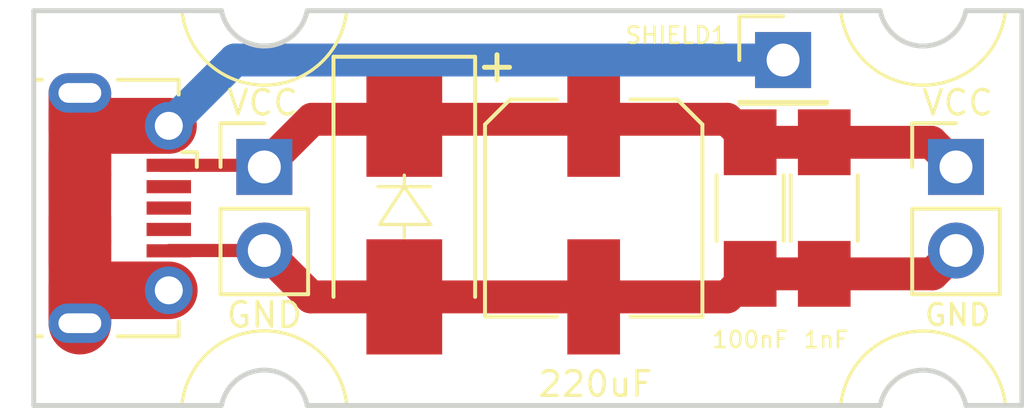
<source format=kicad_pcb>
(kicad_pcb (version 20171130) (host pcbnew "(5.0.0-3-g5ebb6b6)")

  (general
    (thickness 1.6)
    (drawings 26)
    (tracks 29)
    (zones 0)
    (modules 8)
    (nets 7)
  )

  (page A4)
  (layers
    (0 F.Cu signal)
    (31 B.Cu signal)
    (32 B.Adhes user)
    (33 F.Adhes user)
    (34 B.Paste user)
    (35 F.Paste user)
    (36 B.SilkS user)
    (37 F.SilkS user)
    (38 B.Mask user)
    (39 F.Mask user)
    (40 Dwgs.User user)
    (41 Cmts.User user)
    (42 Eco1.User user)
    (43 Eco2.User user)
    (44 Edge.Cuts user)
    (45 Margin user)
    (46 B.CrtYd user)
    (47 F.CrtYd user)
    (48 B.Fab user)
    (49 F.Fab user)
  )

  (setup
    (last_trace_width 0.25)
    (trace_clearance 0.2)
    (zone_clearance 0.508)
    (zone_45_only no)
    (trace_min 0.2)
    (segment_width 0.1)
    (edge_width 0.15)
    (via_size 0.8)
    (via_drill 0.4)
    (via_min_size 0.4)
    (via_min_drill 0.3)
    (uvia_size 0.3)
    (uvia_drill 0.1)
    (uvias_allowed no)
    (uvia_min_size 0.2)
    (uvia_min_drill 0.1)
    (pcb_text_width 0.3)
    (pcb_text_size 1.5 1.5)
    (mod_edge_width 0.15)
    (mod_text_size 1 1)
    (mod_text_width 0.15)
    (pad_size 1.524 1.524)
    (pad_drill 0.762)
    (pad_to_mask_clearance 0.2)
    (aux_axis_origin 0 0)
    (visible_elements FFFFFF7F)
    (pcbplotparams
      (layerselection 0x010fc_ffffffff)
      (usegerberextensions false)
      (usegerberattributes false)
      (usegerberadvancedattributes false)
      (creategerberjobfile false)
      (excludeedgelayer true)
      (linewidth 0.100000)
      (plotframeref false)
      (viasonmask false)
      (mode 1)
      (useauxorigin false)
      (hpglpennumber 1)
      (hpglpenspeed 20)
      (hpglpendiameter 15.000000)
      (psnegative false)
      (psa4output false)
      (plotreference true)
      (plotvalue true)
      (plotinvisibletext false)
      (padsonsilk false)
      (subtractmaskfromsilk false)
      (outputformat 1)
      (mirror false)
      (drillshape 1)
      (scaleselection 1)
      (outputdirectory ""))
  )

  (net 0 "")
  (net 1 "Net-(C1-Pad1)")
  (net 2 GND)
  (net 3 "Net-(SHIELD1-Pad1)")
  (net 4 "Net-(USB1-Pad3)")
  (net 5 "Net-(USB1-Pad4)")
  (net 6 "Net-(USB1-Pad2)")

  (net_class Default "This is the default net class."
    (clearance 0.2)
    (trace_width 0.25)
    (via_dia 0.8)
    (via_drill 0.4)
    (uvia_dia 0.3)
    (uvia_drill 0.1)
    (add_net GND)
    (add_net "Net-(C1-Pad1)")
    (add_net "Net-(SHIELD1-Pad1)")
    (add_net "Net-(USB1-Pad2)")
    (add_net "Net-(USB1-Pad3)")
    (add_net "Net-(USB1-Pad4)")
  )

  (module Capacitors_SMD:CP_Elec_6.3x5.8 (layer F.Cu) (tedit 5B5F113B) (tstamp 5B5E8B51)
    (at 140 120 270)
    (descr "SMT capacitor, aluminium electrolytic, 6.3x5.8")
    (path /5B5E11CC)
    (attr smd)
    (fp_text reference C1 (at 0 4.56 270) (layer F.SilkS) hide
      (effects (font (size 1 1) (thickness 0.15)))
    )
    (fp_text value 220uF (at 5.35 -0.05) (layer F.SilkS)
      (effects (font (size 0.75 0.75) (thickness 0.1)))
    )
    (fp_line (start 4.7 3.4) (end -4.7 3.4) (layer F.CrtYd) (width 0.05))
    (fp_line (start 4.7 3.4) (end 4.7 -3.4) (layer F.CrtYd) (width 0.05))
    (fp_line (start -4.7 -3.4) (end -4.7 3.4) (layer F.CrtYd) (width 0.05))
    (fp_line (start -4.7 -3.4) (end 4.7 -3.4) (layer F.CrtYd) (width 0.05))
    (fp_line (start -2.54 -3.3) (end 3.3 -3.3) (layer F.SilkS) (width 0.12))
    (fp_line (start -3.3 -2.54) (end -2.54 -3.3) (layer F.SilkS) (width 0.12))
    (fp_line (start -2.54 3.3) (end -3.3 2.54) (layer F.SilkS) (width 0.12))
    (fp_line (start 3.3 3.3) (end -2.54 3.3) (layer F.SilkS) (width 0.12))
    (fp_line (start -3.3 -2.54) (end -3.3 -1.12) (layer F.SilkS) (width 0.12))
    (fp_line (start -3.3 2.54) (end -3.3 1.12) (layer F.SilkS) (width 0.12))
    (fp_line (start 3.3 -3.3) (end 3.3 -1.12) (layer F.SilkS) (width 0.12))
    (fp_line (start 3.3 3.3) (end 3.3 1.12) (layer F.SilkS) (width 0.12))
    (fp_line (start 3.15 -3.15) (end -2.48 -3.15) (layer F.Fab) (width 0.1))
    (fp_line (start -2.48 -3.15) (end -3.15 -2.48) (layer F.Fab) (width 0.1))
    (fp_line (start -3.15 -2.48) (end -3.15 2.48) (layer F.Fab) (width 0.1))
    (fp_line (start -3.15 2.48) (end -2.48 3.15) (layer F.Fab) (width 0.1))
    (fp_line (start -2.48 3.15) (end 3.15 3.15) (layer F.Fab) (width 0.1))
    (fp_line (start 3.15 3.15) (end 3.15 -3.15) (layer F.Fab) (width 0.1))
    (fp_text user %R (at 0 4.56 270) (layer F.Fab) hide
      (effects (font (size 1 1) (thickness 0.15)))
    )
    (fp_text user + (at -4.28 3.01 270) (layer F.SilkS)
      (effects (font (size 1 1) (thickness 0.15)))
    )
    (fp_text user + (at -1.75 -0.08 270) (layer F.Fab)
      (effects (font (size 1 1) (thickness 0.15)))
    )
    (fp_circle (center 0 0) (end 0.5 3) (layer F.Fab) (width 0.1))
    (pad 2 smd rect (at 2.7 0 90) (size 3.5 1.6) (layers F.Cu F.Paste F.Mask)
      (net 2 GND))
    (pad 1 smd rect (at -2.7 0 90) (size 3.5 1.6) (layers F.Cu F.Paste F.Mask)
      (net 1 "Net-(C1-Pad1)"))
    (model Capacitors_SMD.3dshapes/CP_Elec_6.3x5.8.wrl
      (at (xyz 0 0 0))
      (scale (xyz 1 1 1))
      (rotate (xyz 0 0 180))
    )
  )

  (module Capacitors_SMD:C_1206_HandSoldering (layer F.Cu) (tedit 5B62610B) (tstamp 5B5E8B62)
    (at 144.75 120 270)
    (descr "Capacitor SMD 1206, hand soldering")
    (tags "capacitor 1206")
    (path /5B5E1202)
    (attr smd)
    (fp_text reference C2 (at 0 -1.75 270) (layer F.SilkS) hide
      (effects (font (size 1 1) (thickness 0.15)))
    )
    (fp_text value 100nF (at 4 0) (layer F.SilkS)
      (effects (font (size 0.5 0.5) (thickness 0.075)))
    )
    (fp_line (start 3.25 1.05) (end -3.25 1.05) (layer F.CrtYd) (width 0.05))
    (fp_line (start 3.25 1.05) (end 3.25 -1.05) (layer F.CrtYd) (width 0.05))
    (fp_line (start -3.25 -1.05) (end -3.25 1.05) (layer F.CrtYd) (width 0.05))
    (fp_line (start -3.25 -1.05) (end 3.25 -1.05) (layer F.CrtYd) (width 0.05))
    (fp_line (start -1 1.02) (end 1 1.02) (layer F.SilkS) (width 0.12))
    (fp_line (start 1 -1.02) (end -1 -1.02) (layer F.SilkS) (width 0.12))
    (fp_line (start -1.6 -0.8) (end 1.6 -0.8) (layer F.Fab) (width 0.1))
    (fp_line (start 1.6 -0.8) (end 1.6 0.8) (layer F.Fab) (width 0.1))
    (fp_line (start 1.6 0.8) (end -1.6 0.8) (layer F.Fab) (width 0.1))
    (fp_line (start -1.6 0.8) (end -1.6 -0.8) (layer F.Fab) (width 0.1))
    (fp_text user %R (at 0 -1.75 270) (layer F.Fab) hide
      (effects (font (size 1 1) (thickness 0.15)))
    )
    (pad 2 smd rect (at 2 0 270) (size 2 1.6) (layers F.Cu F.Paste F.Mask)
      (net 2 GND))
    (pad 1 smd rect (at -2 0 270) (size 2 1.6) (layers F.Cu F.Paste F.Mask)
      (net 1 "Net-(C1-Pad1)"))
    (model Capacitors_SMD.3dshapes/C_1206.wrl
      (at (xyz 0 0 0))
      (scale (xyz 1 1 1))
      (rotate (xyz 0 0 0))
    )
  )

  (module Capacitors_SMD:C_1206_HandSoldering (layer F.Cu) (tedit 5B6260F6) (tstamp 5B5E8B73)
    (at 147 120 270)
    (descr "Capacitor SMD 1206, hand soldering")
    (tags "capacitor 1206")
    (path /5B5E124E)
    (attr smd)
    (fp_text reference C3 (at 0 -1.75 270) (layer F.SilkS) hide
      (effects (font (size 1 1) (thickness 0.15)))
    )
    (fp_text value 1nF (at 4 -0.05) (layer F.SilkS)
      (effects (font (size 0.5 0.5) (thickness 0.075)))
    )
    (fp_text user %R (at 0 -1.75 270) (layer F.Fab) hide
      (effects (font (size 1 1) (thickness 0.15)))
    )
    (fp_line (start -1.6 0.8) (end -1.6 -0.8) (layer F.Fab) (width 0.1))
    (fp_line (start 1.6 0.8) (end -1.6 0.8) (layer F.Fab) (width 0.1))
    (fp_line (start 1.6 -0.8) (end 1.6 0.8) (layer F.Fab) (width 0.1))
    (fp_line (start -1.6 -0.8) (end 1.6 -0.8) (layer F.Fab) (width 0.1))
    (fp_line (start 1 -1.02) (end -1 -1.02) (layer F.SilkS) (width 0.12))
    (fp_line (start -1 1.02) (end 1 1.02) (layer F.SilkS) (width 0.12))
    (fp_line (start -3.25 -1.05) (end 3.25 -1.05) (layer F.CrtYd) (width 0.05))
    (fp_line (start -3.25 -1.05) (end -3.25 1.05) (layer F.CrtYd) (width 0.05))
    (fp_line (start 3.25 1.05) (end 3.25 -1.05) (layer F.CrtYd) (width 0.05))
    (fp_line (start 3.25 1.05) (end -3.25 1.05) (layer F.CrtYd) (width 0.05))
    (pad 1 smd rect (at -2 0 270) (size 2 1.6) (layers F.Cu F.Paste F.Mask)
      (net 1 "Net-(C1-Pad1)"))
    (pad 2 smd rect (at 2 0 270) (size 2 1.6) (layers F.Cu F.Paste F.Mask)
      (net 2 GND))
    (model Capacitors_SMD.3dshapes/C_1206.wrl
      (at (xyz 0 0 0))
      (scale (xyz 1 1 1))
      (rotate (xyz 0 0 0))
    )
  )

  (module Diodes_SMD:D_SMB_Handsoldering (layer F.Cu) (tedit 5B5E8CE7) (tstamp 5B5E8B8B)
    (at 134.25 120 270)
    (descr "Diode SMB (DO-214AA) Handsoldering")
    (tags "Diode SMB (DO-214AA) Handsoldering")
    (path /5B5E135C)
    (attr smd)
    (fp_text reference D1 (at 0 -3 270) (layer F.SilkS) hide
      (effects (font (size 1 1) (thickness 0.15)))
    )
    (fp_text value D_TVS (at 0 3 270) (layer F.Fab) hide
      (effects (font (size 1 1) (thickness 0.15)))
    )
    (fp_line (start -4.6 -2.15) (end 2.7 -2.15) (layer F.SilkS) (width 0.12))
    (fp_line (start -4.6 2.15) (end 2.7 2.15) (layer F.SilkS) (width 0.12))
    (fp_line (start -0.64944 0.00102) (end 0.50118 -0.79908) (layer F.Fab) (width 0.1))
    (fp_line (start -0.64944 0.00102) (end 0.50118 0.75032) (layer F.Fab) (width 0.1))
    (fp_line (start 0.50118 0.75032) (end 0.50118 -0.79908) (layer F.Fab) (width 0.1))
    (fp_line (start -0.64944 -0.79908) (end -0.64944 0.80112) (layer F.Fab) (width 0.1))
    (fp_line (start 0.50118 0.00102) (end 1.4994 0.00102) (layer F.Fab) (width 0.1))
    (fp_line (start -0.64944 0.00102) (end -1.55114 0.00102) (layer F.Fab) (width 0.1))
    (fp_line (start -4.7 2.25) (end -4.7 -2.25) (layer F.CrtYd) (width 0.05))
    (fp_line (start 4.7 2.25) (end -4.7 2.25) (layer F.CrtYd) (width 0.05))
    (fp_line (start 4.7 -2.25) (end 4.7 2.25) (layer F.CrtYd) (width 0.05))
    (fp_line (start -4.7 -2.25) (end 4.7 -2.25) (layer F.CrtYd) (width 0.05))
    (fp_line (start 2.3 -2) (end -2.3 -2) (layer F.Fab) (width 0.1))
    (fp_line (start 2.3 -2) (end 2.3 2) (layer F.Fab) (width 0.1))
    (fp_line (start -2.3 2) (end -2.3 -2) (layer F.Fab) (width 0.1))
    (fp_line (start 2.3 2) (end -2.3 2) (layer F.Fab) (width 0.1))
    (fp_line (start -4.6 -2.15) (end -4.6 2.15) (layer F.SilkS) (width 0.12))
    (fp_text user %R (at 0 -3 270) (layer F.Fab) hide
      (effects (font (size 1 1) (thickness 0.15)))
    )
    (pad 2 smd rect (at 2.7 0 270) (size 3.5 2.3) (layers F.Cu F.Paste F.Mask)
      (net 2 GND))
    (pad 1 smd rect (at -2.7 0 270) (size 3.5 2.3) (layers F.Cu F.Paste F.Mask)
      (net 1 "Net-(C1-Pad1)"))
    (model ${KISYS3DMOD}/Diodes_SMD.3dshapes/D_SMB.wrl
      (at (xyz 0 0 0))
      (scale (xyz 1 1 1))
      (rotate (xyz 0 0 0))
    )
  )

  (module Pin_Headers:Pin_Header_Straight_1x02_Pitch2.54mm (layer F.Cu) (tedit 5B5E8DBB) (tstamp 5B5E8BB8)
    (at 151 118.75)
    (descr "Through hole straight pin header, 1x02, 2.54mm pitch, single row")
    (tags "Through hole pin header THT 1x02 2.54mm single row")
    (path /5B5E164D)
    (fp_text reference POWER1 (at -2 1.25 90) (layer F.SilkS) hide
      (effects (font (size 1 1) (thickness 0.15)))
    )
    (fp_text value Conn_01x02_Female (at 0 4.87) (layer F.Fab) hide
      (effects (font (size 1 1) (thickness 0.15)))
    )
    (fp_text user %R (at 0 1.27 90) (layer F.Fab) hide
      (effects (font (size 1 1) (thickness 0.15)))
    )
    (fp_line (start 1.8 -1.8) (end -1.8 -1.8) (layer F.CrtYd) (width 0.05))
    (fp_line (start 1.8 4.35) (end 1.8 -1.8) (layer F.CrtYd) (width 0.05))
    (fp_line (start -1.8 4.35) (end 1.8 4.35) (layer F.CrtYd) (width 0.05))
    (fp_line (start -1.8 -1.8) (end -1.8 4.35) (layer F.CrtYd) (width 0.05))
    (fp_line (start -1.33 -1.33) (end 0 -1.33) (layer F.SilkS) (width 0.12))
    (fp_line (start -1.33 0) (end -1.33 -1.33) (layer F.SilkS) (width 0.12))
    (fp_line (start -1.33 1.27) (end 1.33 1.27) (layer F.SilkS) (width 0.12))
    (fp_line (start 1.33 1.27) (end 1.33 3.87) (layer F.SilkS) (width 0.12))
    (fp_line (start -1.33 1.27) (end -1.33 3.87) (layer F.SilkS) (width 0.12))
    (fp_line (start -1.33 3.87) (end 1.33 3.87) (layer F.SilkS) (width 0.12))
    (fp_line (start -1.27 -0.635) (end -0.635 -1.27) (layer F.Fab) (width 0.1))
    (fp_line (start -1.27 3.81) (end -1.27 -0.635) (layer F.Fab) (width 0.1))
    (fp_line (start 1.27 3.81) (end -1.27 3.81) (layer F.Fab) (width 0.1))
    (fp_line (start 1.27 -1.27) (end 1.27 3.81) (layer F.Fab) (width 0.1))
    (fp_line (start -0.635 -1.27) (end 1.27 -1.27) (layer F.Fab) (width 0.1))
    (pad 2 thru_hole oval (at 0 2.54) (size 1.7 1.7) (drill 1) (layers *.Cu *.Mask)
      (net 2 GND))
    (pad 1 thru_hole rect (at 0 0) (size 1.7 1.7) (drill 1) (layers *.Cu *.Mask)
      (net 1 "Net-(C1-Pad1)"))
    (model ${KISYS3DMOD}/Pin_Headers.3dshapes/Pin_Header_Straight_1x02_Pitch2.54mm.wrl
      (at (xyz 0 0 0))
      (scale (xyz 1 1 1))
      (rotate (xyz 0 0 0))
    )
  )

  (module Pin_Headers:Pin_Header_Straight_1x02_Pitch2.54mm (layer F.Cu) (tedit 5B5E8CDC) (tstamp 5B5E8BCE)
    (at 130 118.75)
    (descr "Through hole straight pin header, 1x02, 2.54mm pitch, single row")
    (tags "Through hole pin header THT 1x02 2.54mm single row")
    (path /5B5E2D8E)
    (fp_text reference POWER_IN1 (at 0 -2.33) (layer F.SilkS) hide
      (effects (font (size 1 1) (thickness 0.15)))
    )
    (fp_text value Conn_01x02_Female (at 0 4.87) (layer F.Fab) hide
      (effects (font (size 1 1) (thickness 0.15)))
    )
    (fp_line (start -0.635 -1.27) (end 1.27 -1.27) (layer F.Fab) (width 0.1))
    (fp_line (start 1.27 -1.27) (end 1.27 3.81) (layer F.Fab) (width 0.1))
    (fp_line (start 1.27 3.81) (end -1.27 3.81) (layer F.Fab) (width 0.1))
    (fp_line (start -1.27 3.81) (end -1.27 -0.635) (layer F.Fab) (width 0.1))
    (fp_line (start -1.27 -0.635) (end -0.635 -1.27) (layer F.Fab) (width 0.1))
    (fp_line (start -1.33 3.87) (end 1.33 3.87) (layer F.SilkS) (width 0.12))
    (fp_line (start -1.33 1.27) (end -1.33 3.87) (layer F.SilkS) (width 0.12))
    (fp_line (start 1.33 1.27) (end 1.33 3.87) (layer F.SilkS) (width 0.12))
    (fp_line (start -1.33 1.27) (end 1.33 1.27) (layer F.SilkS) (width 0.12))
    (fp_line (start -1.33 0) (end -1.33 -1.33) (layer F.SilkS) (width 0.12))
    (fp_line (start -1.33 -1.33) (end 0 -1.33) (layer F.SilkS) (width 0.12))
    (fp_line (start -1.8 -1.8) (end -1.8 4.35) (layer F.CrtYd) (width 0.05))
    (fp_line (start -1.8 4.35) (end 1.8 4.35) (layer F.CrtYd) (width 0.05))
    (fp_line (start 1.8 4.35) (end 1.8 -1.8) (layer F.CrtYd) (width 0.05))
    (fp_line (start 1.8 -1.8) (end -1.8 -1.8) (layer F.CrtYd) (width 0.05))
    (fp_text user %R (at 0 1.27 90) (layer F.Fab) hide
      (effects (font (size 1 1) (thickness 0.15)))
    )
    (pad 1 thru_hole rect (at 0 0) (size 1.7 1.7) (drill 1) (layers *.Cu *.Mask)
      (net 1 "Net-(C1-Pad1)"))
    (pad 2 thru_hole oval (at 0 2.54) (size 1.7 1.7) (drill 1) (layers *.Cu *.Mask)
      (net 2 GND))
    (model ${KISYS3DMOD}/Pin_Headers.3dshapes/Pin_Header_Straight_1x02_Pitch2.54mm.wrl
      (at (xyz 0 0 0))
      (scale (xyz 1 1 1))
      (rotate (xyz 0 0 0))
    )
  )

  (module Connectors_USB:USB_Micro-B_Molex-105017-0001 (layer F.Cu) (tedit 5B5FAE21) (tstamp 5B5E8BF7)
    (at 124.75 120 270)
    (descr http://www.molex.com/pdm_docs/sd/1050170001_sd.pdf)
    (tags "Micro-USB SMD Typ-B")
    (path /5B5E189A)
    (attr smd)
    (fp_text reference USB1 (at 0 -4 270) (layer F.SilkS) hide
      (effects (font (size 1 1) (thickness 0.15)))
    )
    (fp_text value USB_B_Micro (at 0.3 3.45 270) (layer F.Fab) hide
      (effects (font (size 1 1) (thickness 0.15)))
    )
    (fp_line (start -1.1 -3.01) (end -1.1 -2.8) (layer F.Fab) (width 0.1))
    (fp_line (start -1.5 -3.01) (end -1.5 -2.8) (layer F.Fab) (width 0.1))
    (fp_line (start -1.5 -3.01) (end -1.1 -3.01) (layer F.Fab) (width 0.1))
    (fp_line (start -1.1 -2.8) (end -1.3 -2.6) (layer F.Fab) (width 0.1))
    (fp_line (start -1.3 -2.6) (end -1.5 -2.8) (layer F.Fab) (width 0.1))
    (fp_line (start -1.7 -3.2) (end -1.7 -2.75) (layer F.SilkS) (width 0.12))
    (fp_line (start -1.7 -3.2) (end -1.25 -3.2) (layer F.SilkS) (width 0.12))
    (fp_text user %R (at 0 0 270) (layer F.Fab) hide
      (effects (font (size 1 1) (thickness 0.15)))
    )
    (fp_line (start 3.9 -2.65) (end 3.45 -2.65) (layer F.SilkS) (width 0.12))
    (fp_line (start 3.9 -0.8) (end 3.9 -2.65) (layer F.SilkS) (width 0.12))
    (fp_line (start -3.9 1.75) (end -3.9 1.5) (layer F.SilkS) (width 0.12))
    (fp_line (start -3.75 2.5) (end -3.75 -2.5) (layer F.Fab) (width 0.1))
    (fp_line (start -3.75 -2.5) (end 3.75 -2.5) (layer F.Fab) (width 0.1))
    (fp_line (start -3.75 2.501704) (end 3.75 2.501704) (layer F.Fab) (width 0.1))
    (fp_line (start -3 1.801704) (end 3 1.801704) (layer F.Fab) (width 0.1))
    (fp_line (start 3.75 2.5) (end 3.75 -2.5) (layer F.Fab) (width 0.1))
    (fp_line (start 3.9 1.75) (end 3.9 1.5) (layer F.SilkS) (width 0.12))
    (fp_line (start -3.9 -0.8) (end -3.9 -2.65) (layer F.SilkS) (width 0.12))
    (fp_line (start -3.9 -2.65) (end -3.45 -2.65) (layer F.SilkS) (width 0.12))
    (fp_text user "PCB Edge" (at 0 1.8 270) (layer Dwgs.User)
      (effects (font (size 0.5 0.5) (thickness 0.08)))
    )
    (fp_line (start -4.4 2.75) (end -4.4 -3.35) (layer F.CrtYd) (width 0.05))
    (fp_line (start -4.4 -3.35) (end 4.4 -3.35) (layer F.CrtYd) (width 0.05))
    (fp_line (start 4.4 -3.35) (end 4.4 2.75) (layer F.CrtYd) (width 0.05))
    (fp_line (start -4.4 2.75) (end 4.4 2.75) (layer F.CrtYd) (width 0.05))
    (pad 6 smd rect (at -2.9 0.35 270) (size 1.2 1.9) (layers F.Cu F.Mask)
      (net 3 "Net-(SHIELD1-Pad1)"))
    (pad 6 smd rect (at 2.9 0.35 270) (size 1.2 1.9) (layers F.Cu F.Mask)
      (net 3 "Net-(SHIELD1-Pad1)"))
    (pad 6 thru_hole oval (at 3.5 0.35 270) (size 1.2 1.9) (drill oval 0.6 1.3) (layers *.Cu *.Mask)
      (net 3 "Net-(SHIELD1-Pad1)"))
    (pad 6 thru_hole oval (at -3.5 0.35 90) (size 1.2 1.9) (drill oval 0.6 1.3) (layers *.Cu *.Mask)
      (net 3 "Net-(SHIELD1-Pad1)"))
    (pad 6 smd rect (at -1 0.35 270) (size 1.5 1.9) (layers F.Cu F.Paste F.Mask)
      (net 3 "Net-(SHIELD1-Pad1)"))
    (pad 6 thru_hole circle (at 2.5 -2.35 270) (size 1.45 1.45) (drill 0.85) (layers *.Cu *.Mask)
      (net 3 "Net-(SHIELD1-Pad1)"))
    (pad 3 smd rect (at 0 -2.35 270) (size 0.4 1.35) (layers F.Cu F.Paste F.Mask)
      (net 4 "Net-(USB1-Pad3)"))
    (pad 4 smd rect (at 0.65 -2.35 270) (size 0.4 1.35) (layers F.Cu F.Paste F.Mask)
      (net 5 "Net-(USB1-Pad4)"))
    (pad 5 smd rect (at 1.3 -2.35 270) (size 0.4 1.35) (layers F.Cu F.Paste F.Mask)
      (net 2 GND))
    (pad 1 smd rect (at -1.3 -2.35 270) (size 0.4 1.35) (layers F.Cu F.Paste F.Mask)
      (net 1 "Net-(C1-Pad1)"))
    (pad 2 smd rect (at -0.65 -2.35 270) (size 0.4 1.35) (layers F.Cu F.Paste F.Mask)
      (net 6 "Net-(USB1-Pad2)"))
    (pad 6 thru_hole circle (at -2.5 -2.35 270) (size 1.45 1.45) (drill 0.85) (layers *.Cu *.Mask)
      (net 3 "Net-(SHIELD1-Pad1)"))
    (pad 6 smd rect (at 1 0.35 270) (size 1.5 1.9) (layers F.Cu F.Paste F.Mask)
      (net 3 "Net-(SHIELD1-Pad1)"))
    (model ${KISYS3DMOD}/Connectors_USB.3dshapes/USB_Micro-B_Molex-105017-0001.wrl
      (at (xyz 0 0 0))
      (scale (xyz 1 1 1))
      (rotate (xyz 0 0 0))
    )
  )

  (module Pin_Headers:Pin_Header_Straight_1x01_Pitch2.54mm (layer F.Cu) (tedit 5B6260DF) (tstamp 5B6260A2)
    (at 145.75 115.5)
    (descr "Through hole straight pin header, 1x01, 2.54mm pitch, single row")
    (tags "Through hole pin header THT 1x01 2.54mm single row")
    (path /5B6334EE)
    (fp_text reference SHIELD1 (at -3.25 -0.75) (layer F.SilkS)
      (effects (font (size 0.5 0.5) (thickness 0.075)))
    )
    (fp_text value Conn_01x01_Female (at 0 2.33) (layer F.Fab) hide
      (effects (font (size 1 1) (thickness 0.15)))
    )
    (fp_text user %R (at 0 0 90) (layer F.Fab) hide
      (effects (font (size 1 1) (thickness 0.15)))
    )
    (fp_line (start 1.8 -1.8) (end -1.8 -1.8) (layer F.CrtYd) (width 0.05))
    (fp_line (start 1.8 1.8) (end 1.8 -1.8) (layer F.CrtYd) (width 0.05))
    (fp_line (start -1.8 1.8) (end 1.8 1.8) (layer F.CrtYd) (width 0.05))
    (fp_line (start -1.8 -1.8) (end -1.8 1.8) (layer F.CrtYd) (width 0.05))
    (fp_line (start -1.33 -1.33) (end 0 -1.33) (layer F.SilkS) (width 0.12))
    (fp_line (start -1.33 0) (end -1.33 -1.33) (layer F.SilkS) (width 0.12))
    (fp_line (start -1.33 1.27) (end 1.33 1.27) (layer F.SilkS) (width 0.12))
    (fp_line (start 1.33 1.27) (end 1.33 1.33) (layer F.SilkS) (width 0.12))
    (fp_line (start -1.33 1.27) (end -1.33 1.33) (layer F.SilkS) (width 0.12))
    (fp_line (start -1.33 1.33) (end 1.33 1.33) (layer F.SilkS) (width 0.12))
    (fp_line (start -1.27 -0.635) (end -0.635 -1.27) (layer F.Fab) (width 0.1))
    (fp_line (start -1.27 1.27) (end -1.27 -0.635) (layer F.Fab) (width 0.1))
    (fp_line (start 1.27 1.27) (end -1.27 1.27) (layer F.Fab) (width 0.1))
    (fp_line (start 1.27 -1.27) (end 1.27 1.27) (layer F.Fab) (width 0.1))
    (fp_line (start -0.635 -1.27) (end 1.27 -1.27) (layer F.Fab) (width 0.1))
    (pad 1 thru_hole rect (at 0 0) (size 1.7 1.7) (drill 1) (layers *.Cu *.Mask)
      (net 3 "Net-(SHIELD1-Pad1)"))
    (model ${KISYS3DMOD}/Pin_Headers.3dshapes/Pin_Header_Straight_1x01_Pitch2.54mm.wrl
      (at (xyz 0 0 0))
      (scale (xyz 1 1 1))
      (rotate (xyz 0 0 0))
    )
  )

  (gr_text GND (at 130 123.25) (layer F.SilkS)
    (effects (font (size 0.75 0.75) (thickness 0.1)))
  )
  (gr_text VCC (at 129.95 116.8) (layer F.SilkS)
    (effects (font (size 0.75 0.75) (thickness 0.1)))
  )
  (gr_text VCC (at 151.05 116.8) (layer F.SilkS)
    (effects (font (size 0.75 0.75) (thickness 0.1)))
  )
  (gr_text GND (at 151.05 123.25) (layer F.SilkS)
    (effects (font (size 0.65 0.65) (thickness 0.1)))
  )
  (gr_line (start 134.25 119.35) (end 134.25 119) (layer F.SilkS) (width 0.1))
  (gr_line (start 134.25 120.5) (end 134.25 120.9) (layer F.SilkS) (width 0.1))
  (gr_line (start 133.45 119.35) (end 135.05 119.35) (layer F.SilkS) (width 0.1))
  (gr_line (start 134.25 119.35) (end 133.5 120.5) (layer F.SilkS) (width 0.1))
  (gr_line (start 135.05 120.5) (end 134.25 119.35) (layer F.SilkS) (width 0.1))
  (gr_line (start 133.5 120.5) (end 135.05 120.5) (layer F.SilkS) (width 0.1))
  (gr_line (start 153 114) (end 151.3 114) (layer Edge.Cuts) (width 0.15))
  (gr_arc (start 150 113.75) (end 147.500001 113.999999) (angle -168.6) (layer F.SilkS) (width 0.1))
  (gr_arc (start 150 113.75) (end 148.700001 113.999999) (angle -158.2289459) (layer Edge.Cuts) (width 0.15))
  (gr_line (start 153 126) (end 151.3 126) (layer Edge.Cuts) (width 0.15))
  (gr_arc (start 150 126.25) (end 152.499999 126.000001) (angle -168.6) (layer F.SilkS) (width 0.1))
  (gr_arc (start 150 126.25) (end 151.299999 126.000001) (angle -158.2290064) (layer Edge.Cuts) (width 0.15))
  (gr_line (start 148.7 114) (end 131.3 114) (layer Edge.Cuts) (width 0.15))
  (gr_arc (start 130 113.75) (end 127.500001 113.999999) (angle -167.9) (layer F.SilkS) (width 0.1))
  (gr_arc (start 130 113.75) (end 128.700001 113.999999) (angle -157.346184) (layer Edge.Cuts) (width 0.15))
  (gr_arc (start 130 126.25) (end 131.299999 126.000001) (angle -156.8496992) (layer Edge.Cuts) (width 0.15))
  (gr_line (start 131.3 126) (end 148.7 126) (layer Edge.Cuts) (width 0.15))
  (gr_arc (start 130 126.25) (end 132.5 125.95) (angle -165.1874644) (layer F.SilkS) (width 0.1))
  (gr_line (start 123 126) (end 123 114) (layer Edge.Cuts) (width 0.15))
  (gr_line (start 128.7 126) (end 123 126) (layer Edge.Cuts) (width 0.15))
  (gr_line (start 153 114) (end 153 126) (layer Edge.Cuts) (width 0.15))
  (gr_line (start 123 114) (end 128.7 114) (layer Edge.Cuts) (width 0.15))

  (segment (start 124.4 117.1) (end 124.4 119) (width 1.9) (layer F.Cu) (net 3))
  (segment (start 124.4 119) (end 124.4 121) (width 1.9) (layer F.Cu) (net 3))
  (segment (start 124.4 121) (end 124.4 123.5) (width 1.9) (layer F.Cu) (net 3))
  (segment (start 134.25 122.7) (end 140 122.7) (width 1) (layer F.Cu) (net 2))
  (segment (start 144.05 122.7) (end 144.75 122) (width 1) (layer F.Cu) (net 2))
  (segment (start 140 122.7) (end 144.05 122.7) (width 1) (layer F.Cu) (net 2))
  (segment (start 144.75 122) (end 147 122) (width 1) (layer F.Cu) (net 2))
  (segment (start 131.41 122.7) (end 130 121.29) (width 1) (layer F.Cu) (net 2))
  (segment (start 134.25 122.7) (end 131.41 122.7) (width 1) (layer F.Cu) (net 2))
  (segment (start 124.55 117.5) (end 124.4 117.35) (width 0.25) (layer F.Cu) (net 3))
  (segment (start 124.4 117.35) (end 124.4 117.1) (width 0.25) (layer F.Cu) (net 3))
  (segment (start 127.1 117.5) (end 124.55 117.5) (width 1.7) (layer F.Cu) (net 3))
  (segment (start 127.1 122.5) (end 125.25 122.5) (width 1.75) (layer F.Cu) (net 3))
  (segment (start 127.11 121.29) (end 127.1 121.3) (width 0.25) (layer F.Cu) (net 2))
  (segment (start 130 121.29) (end 127.11 121.29) (width 0.4) (layer F.Cu) (net 2))
  (segment (start 150.29 122) (end 151 121.29) (width 1) (layer F.Cu) (net 2))
  (segment (start 147 122) (end 150.29 122) (width 1) (layer F.Cu) (net 2))
  (segment (start 144.75 118) (end 147 118) (width 1) (layer F.Cu) (net 1))
  (segment (start 144.05 117.3) (end 144.75 118) (width 1) (layer F.Cu) (net 1))
  (segment (start 140 117.3) (end 144.05 117.3) (width 1) (layer F.Cu) (net 1))
  (segment (start 134.25 117.3) (end 140 117.3) (width 1) (layer F.Cu) (net 1))
  (segment (start 130.2 118.7) (end 130.25 118.75) (width 0.25) (layer F.Cu) (net 1))
  (segment (start 126.85 118.7) (end 130.2 118.7) (width 0.4) (layer F.Cu) (net 1))
  (segment (start 134.25 117.3) (end 131.45 117.3) (width 1) (layer F.Cu) (net 1))
  (segment (start 147 118) (end 150.25 118) (width 1) (layer F.Cu) (net 1))
  (segment (start 131.45 117.3) (end 130 118.75) (width 1) (layer F.Cu) (net 1))
  (segment (start 151 118.75) (end 150.25 118) (width 1) (layer F.Cu) (net 1))
  (segment (start 129.1 115.5) (end 127.1 117.5) (width 1) (layer B.Cu) (net 3))
  (segment (start 145.75 115.5) (end 129.1 115.5) (width 1) (layer B.Cu) (net 3))

)

</source>
